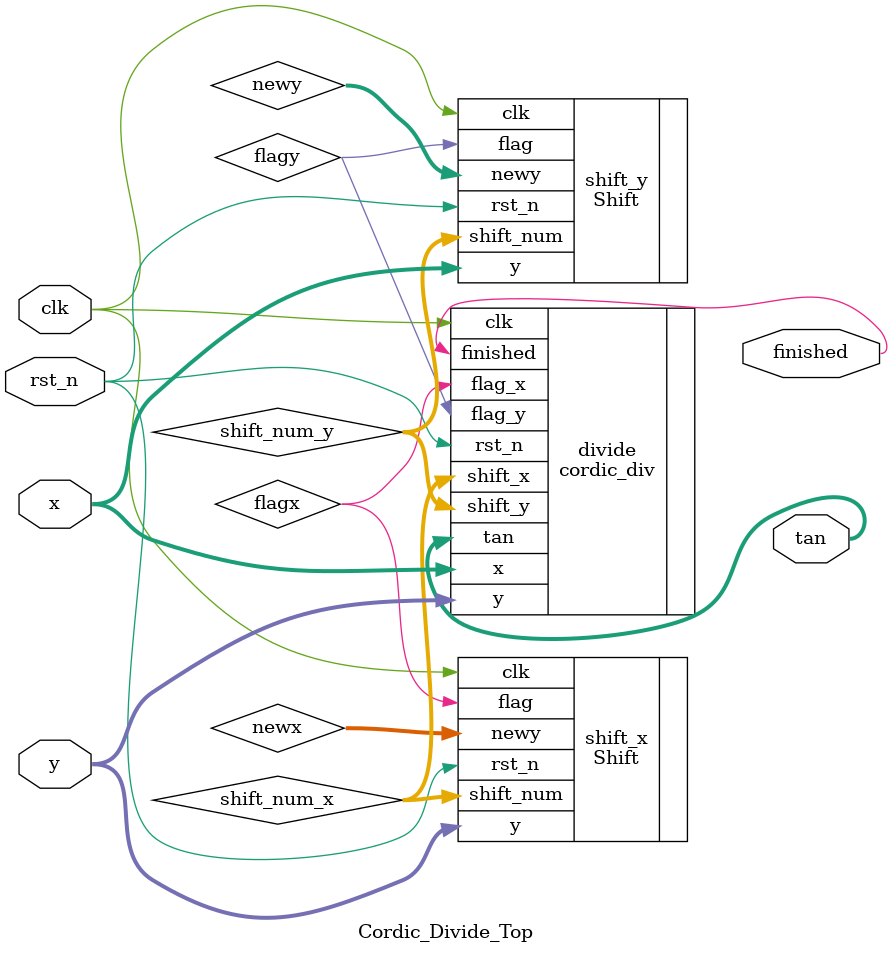
<source format=v>
`timescale 1ns / 1ps


`timescale 1ns / 1ps
//////////////////////////////////////////////////////////////////////////////////
// Company: 
// Engineer: 
// 
// Create Date: 2022/07/25 16:33:07
// Design Name: 
// Module Name: Cordic_Divide_Top
// Project Name: 
// Target Devices: 
// Tool Versions: 
// Description: 
// 
// Dependencies: 
// 
// Revision:
// Revision 0.01 - File Created
// Additional Comments:
// 
//////////////////////////////////////////////////////////////////////////////////


module Cordic_Divide_Top(
input 			clk,
input 			rst_n,
input signed[63:0]	y,
input signed[63:0]	x,
output 	signed[63:0] tan,
output 	finished
    );

wire signed [31:0] shift_num_x,shift_num_y;
wire signed [63:0] newx,newy;
wire flagx,flagy;

Shift  shift_x(
.y(y),
.clk(clk),
.rst_n(rst_n),
.shift_num(shift_num_x),
.newy(newx),
.flag(flagx)
    );
    
Shift  shift_y(
.y(x),
.clk(clk),
.rst_n(rst_n),
.shift_num(shift_num_y),
.newy(newy),
.flag(flagy)
    );

cordic_div divide(
.clk(clk),
.rst_n(rst_n),
.y(y),
.x(x),
.shift_x(shift_num_x),
.shift_y(shift_num_y),
.flag_y(flagy),
.flag_x(flagx),
.tan(tan),
.finished(finished)
);    
    
endmodule


</source>
